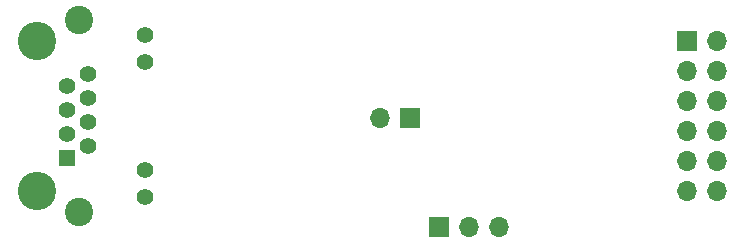
<source format=gbs>
G04 #@! TF.GenerationSoftware,KiCad,Pcbnew,(6.0.8)*
G04 #@! TF.CreationDate,2022-10-23T18:16:56+02:00*
G04 #@! TF.ProjectId,ethernet-pmod,65746865-726e-4657-942d-706d6f642e6b,rev?*
G04 #@! TF.SameCoordinates,Original*
G04 #@! TF.FileFunction,Soldermask,Bot*
G04 #@! TF.FilePolarity,Negative*
%FSLAX46Y46*%
G04 Gerber Fmt 4.6, Leading zero omitted, Abs format (unit mm)*
G04 Created by KiCad (PCBNEW (6.0.8)) date 2022-10-23 18:16:56*
%MOMM*%
%LPD*%
G01*
G04 APERTURE LIST*
G04 Aperture macros list*
%AMRoundRect*
0 Rectangle with rounded corners*
0 $1 Rounding radius*
0 $2 $3 $4 $5 $6 $7 $8 $9 X,Y pos of 4 corners*
0 Add a 4 corners polygon primitive as box body*
4,1,4,$2,$3,$4,$5,$6,$7,$8,$9,$2,$3,0*
0 Add four circle primitives for the rounded corners*
1,1,$1+$1,$2,$3*
1,1,$1+$1,$4,$5*
1,1,$1+$1,$6,$7*
1,1,$1+$1,$8,$9*
0 Add four rect primitives between the rounded corners*
20,1,$1+$1,$2,$3,$4,$5,0*
20,1,$1+$1,$4,$5,$6,$7,0*
20,1,$1+$1,$6,$7,$8,$9,0*
20,1,$1+$1,$8,$9,$2,$3,0*%
G04 Aperture macros list end*
%ADD10R,1.700000X1.700000*%
%ADD11O,1.700000X1.700000*%
%ADD12C,3.250000*%
%ADD13RoundRect,0.217000X-0.483000X0.483000X-0.483000X-0.483000X0.483000X-0.483000X0.483000X0.483000X0*%
%ADD14C,1.400000*%
%ADD15C,2.400000*%
G04 APERTURE END LIST*
D10*
X154900000Y-109400000D03*
D11*
X157440000Y-109400000D03*
X159980000Y-109400000D03*
D10*
X152450000Y-100125000D03*
D11*
X149910000Y-100125000D03*
D10*
X175920000Y-93650000D03*
D11*
X178460000Y-93650000D03*
X175920000Y-96190000D03*
X178460000Y-96190000D03*
X175920000Y-98730000D03*
X178460000Y-98730000D03*
X175920000Y-101270000D03*
X178460000Y-101270000D03*
X175920000Y-103810000D03*
X178460000Y-103810000D03*
X175920000Y-106350000D03*
X178460000Y-106350000D03*
D12*
X120900000Y-93650000D03*
X120900000Y-106350000D03*
D13*
X123440000Y-103570000D03*
D14*
X125220000Y-102550000D03*
X123440000Y-101530000D03*
X125220000Y-100510000D03*
X123440000Y-99490000D03*
X125220000Y-98470000D03*
X123440000Y-97450000D03*
X125220000Y-96430000D03*
X130030000Y-106860000D03*
X130030000Y-104570000D03*
X130030000Y-95430000D03*
X130030000Y-93140000D03*
D15*
X124460000Y-91870000D03*
X124460000Y-108130000D03*
M02*

</source>
